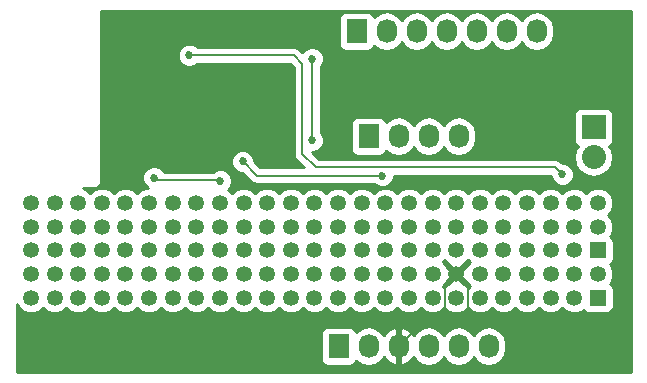
<source format=gbl>
G04 #@! TF.FileFunction,Copper,L2,Bot,Signal*
%FSLAX46Y46*%
G04 Gerber Fmt 4.6, Leading zero omitted, Abs format (unit mm)*
G04 Created by KiCad (PCBNEW 4.0.4-stable) date 10/29/16 17:18:15*
%MOMM*%
%LPD*%
G01*
G04 APERTURE LIST*
%ADD10C,0.100000*%
%ADD11R,1.350000X1.350000*%
%ADD12C,1.350000*%
%ADD13R,2.032000X2.032000*%
%ADD14O,2.032000X2.032000*%
%ADD15R,1.727200X2.032000*%
%ADD16O,1.727200X2.032000*%
%ADD17C,0.685800*%
%ADD18C,0.152400*%
%ADD19C,0.254000*%
G04 APERTURE END LIST*
D10*
D11*
X88000000Y-67000000D03*
D12*
X86000000Y-67000000D03*
X84000000Y-67000000D03*
X82000000Y-67000000D03*
X80000000Y-67000000D03*
X78000000Y-67000000D03*
X76000000Y-67000000D03*
X74000000Y-67000000D03*
X72000000Y-67000000D03*
X70000000Y-67000000D03*
X68000000Y-67000000D03*
X66000000Y-67000000D03*
X64000000Y-67000000D03*
X62000000Y-67000000D03*
X60000000Y-67000000D03*
X58000000Y-67000000D03*
X56000000Y-67000000D03*
X54000000Y-67000000D03*
X52000000Y-67000000D03*
X50000000Y-67000000D03*
X48000000Y-67000000D03*
X46000000Y-67000000D03*
X44000000Y-67000000D03*
X42000000Y-67000000D03*
X40000000Y-67000000D03*
X88000000Y-65000000D03*
X86000000Y-65000000D03*
X84000000Y-65000000D03*
X82000000Y-65000000D03*
X80000000Y-65000000D03*
X78000000Y-65000000D03*
X76000000Y-65000000D03*
X74000000Y-65000000D03*
X72000000Y-65000000D03*
X70000000Y-65000000D03*
X68000000Y-65000000D03*
X66000000Y-65000000D03*
X64000000Y-65000000D03*
X62000000Y-65000000D03*
X60000000Y-65000000D03*
X58000000Y-65000000D03*
X56000000Y-65000000D03*
X54000000Y-65000000D03*
X52000000Y-65000000D03*
X50000000Y-65000000D03*
X48000000Y-65000000D03*
X46000000Y-65000000D03*
X44000000Y-65000000D03*
X42000000Y-65000000D03*
X40000000Y-65000000D03*
X40000000Y-59000000D03*
X42000000Y-59000000D03*
X44000000Y-59000000D03*
X46000000Y-59000000D03*
X48000000Y-59000000D03*
X50000000Y-59000000D03*
X52000000Y-59000000D03*
X54000000Y-59000000D03*
X56000000Y-59000000D03*
X58000000Y-59000000D03*
X60000000Y-59000000D03*
X62000000Y-59000000D03*
X64000000Y-59000000D03*
X66000000Y-59000000D03*
X68000000Y-59000000D03*
X70000000Y-59000000D03*
X72000000Y-59000000D03*
X74000000Y-59000000D03*
X76000000Y-59000000D03*
X78000000Y-59000000D03*
X80000000Y-59000000D03*
X82000000Y-59000000D03*
X84000000Y-59000000D03*
X86000000Y-59000000D03*
X88000000Y-59000000D03*
D11*
X88000000Y-63000000D03*
D12*
X86000000Y-63000000D03*
X84000000Y-63000000D03*
X82000000Y-63000000D03*
X80000000Y-63000000D03*
X78000000Y-63000000D03*
X76000000Y-63000000D03*
X74000000Y-63000000D03*
X72000000Y-63000000D03*
X70000000Y-63000000D03*
X68000000Y-63000000D03*
X66000000Y-63000000D03*
X64000000Y-63000000D03*
X62000000Y-63000000D03*
X60000000Y-63000000D03*
X58000000Y-63000000D03*
X56000000Y-63000000D03*
X54000000Y-63000000D03*
X52000000Y-63000000D03*
X50000000Y-63000000D03*
X48000000Y-63000000D03*
X46000000Y-63000000D03*
X44000000Y-63000000D03*
X42000000Y-63000000D03*
X40000000Y-63000000D03*
X88000000Y-61000000D03*
X86000000Y-61000000D03*
X84000000Y-61000000D03*
X82000000Y-61000000D03*
X80000000Y-61000000D03*
X78000000Y-61000000D03*
X76000000Y-61000000D03*
X74000000Y-61000000D03*
X72000000Y-61000000D03*
X70000000Y-61000000D03*
X68000000Y-61000000D03*
X66000000Y-61000000D03*
X64000000Y-61000000D03*
X62000000Y-61000000D03*
X60000000Y-61000000D03*
X58000000Y-61000000D03*
X56000000Y-61000000D03*
X54000000Y-61000000D03*
X52000000Y-61000000D03*
X50000000Y-61000000D03*
X48000000Y-61000000D03*
X46000000Y-61000000D03*
X44000000Y-61000000D03*
X42000000Y-61000000D03*
X40000000Y-61000000D03*
D13*
X87630000Y-52578000D03*
D14*
X87630000Y-55118000D03*
D15*
X68580000Y-53340000D03*
D16*
X71120000Y-53340000D03*
X73660000Y-53340000D03*
X76200000Y-53340000D03*
D15*
X66040000Y-71120000D03*
D16*
X68580000Y-71120000D03*
X71120000Y-71120000D03*
X73660000Y-71120000D03*
X76200000Y-71120000D03*
X78740000Y-71120000D03*
D15*
X67564000Y-44450000D03*
D16*
X70104000Y-44450000D03*
X72644000Y-44450000D03*
X75184000Y-44450000D03*
X77724000Y-44450000D03*
X80264000Y-44450000D03*
X82804000Y-44450000D03*
D17*
X84988400Y-56565800D03*
X53390800Y-46482000D03*
X50419000Y-56845200D03*
X56032400Y-57124600D03*
X69748400Y-56667400D03*
X57912000Y-55473600D03*
X87985600Y-47396400D03*
X59182000Y-51917600D03*
X52019200Y-53949600D03*
X48768000Y-53695600D03*
X48844200Y-46329600D03*
X54305200Y-43738800D03*
X63804800Y-46761400D03*
X63804800Y-53695600D03*
D18*
X84988400Y-56565800D02*
X84404200Y-55981600D01*
X84404200Y-55981600D02*
X64109600Y-55981600D01*
X64109600Y-55981600D02*
X62966600Y-54838600D01*
X62966600Y-54838600D02*
X62966600Y-47218600D01*
X62966600Y-47218600D02*
X62230000Y-46482000D01*
X62230000Y-46482000D02*
X53390800Y-46482000D01*
X50622200Y-57048400D02*
X50419000Y-56845200D01*
X55956200Y-57048400D02*
X50622200Y-57048400D01*
X56032400Y-57124600D02*
X55956200Y-57048400D01*
X59105800Y-56667400D02*
X69748400Y-56667400D01*
X57912000Y-55473600D02*
X59105800Y-56667400D01*
X76000000Y-65000000D02*
X75995400Y-65000000D01*
X75995400Y-65000000D02*
X75031600Y-65963800D01*
X71120000Y-69951600D02*
X71120000Y-71120000D01*
X72364600Y-68707000D02*
X71120000Y-69951600D01*
X74879200Y-68707000D02*
X72364600Y-68707000D01*
X75031600Y-68554600D02*
X74879200Y-68707000D01*
X75031600Y-65963800D02*
X75031600Y-68554600D01*
X76000000Y-65000000D02*
X76000000Y-65001800D01*
X76000000Y-65001800D02*
X77012800Y-66014600D01*
X73126600Y-69113400D02*
X71120000Y-71120000D01*
X76022200Y-69113400D02*
X73126600Y-69113400D01*
X77012800Y-68122800D02*
X76022200Y-69113400D01*
X77012800Y-66014600D02*
X77012800Y-68122800D01*
X76000000Y-65000000D02*
X76000000Y-65027200D01*
X76000000Y-65000000D02*
X76000000Y-65020800D01*
X63804800Y-53695600D02*
X63804800Y-46761400D01*
D19*
G36*
X90780800Y-73331000D02*
X38810000Y-73331000D01*
X38810000Y-70104000D01*
X64528960Y-70104000D01*
X64528960Y-72136000D01*
X64573238Y-72371317D01*
X64712310Y-72587441D01*
X64924510Y-72732431D01*
X65176400Y-72783440D01*
X66903600Y-72783440D01*
X67138917Y-72739162D01*
X67355041Y-72600090D01*
X67500031Y-72387890D01*
X67508400Y-72346561D01*
X67520330Y-72364415D01*
X68006511Y-72689271D01*
X68580000Y-72803345D01*
X69153489Y-72689271D01*
X69639670Y-72364415D01*
X69846461Y-72054931D01*
X70217964Y-72470732D01*
X70745209Y-72724709D01*
X70760974Y-72727358D01*
X70993000Y-72606217D01*
X70993000Y-71247000D01*
X70973000Y-71247000D01*
X70973000Y-70993000D01*
X70993000Y-70993000D01*
X70993000Y-69633783D01*
X71247000Y-69633783D01*
X71247000Y-70993000D01*
X71267000Y-70993000D01*
X71267000Y-71247000D01*
X71247000Y-71247000D01*
X71247000Y-72606217D01*
X71479026Y-72727358D01*
X71494791Y-72724709D01*
X72022036Y-72470732D01*
X72393539Y-72054931D01*
X72600330Y-72364415D01*
X73086511Y-72689271D01*
X73660000Y-72803345D01*
X74233489Y-72689271D01*
X74719670Y-72364415D01*
X74930000Y-72049634D01*
X75140330Y-72364415D01*
X75626511Y-72689271D01*
X76200000Y-72803345D01*
X76773489Y-72689271D01*
X77259670Y-72364415D01*
X77470000Y-72049634D01*
X77680330Y-72364415D01*
X78166511Y-72689271D01*
X78740000Y-72803345D01*
X79313489Y-72689271D01*
X79799670Y-72364415D01*
X80124526Y-71878234D01*
X80238600Y-71304745D01*
X80238600Y-70935255D01*
X80124526Y-70361766D01*
X79799670Y-69875585D01*
X79313489Y-69550729D01*
X78740000Y-69436655D01*
X78166511Y-69550729D01*
X77680330Y-69875585D01*
X77470000Y-70190366D01*
X77259670Y-69875585D01*
X76773489Y-69550729D01*
X76200000Y-69436655D01*
X75626511Y-69550729D01*
X75140330Y-69875585D01*
X74930000Y-70190366D01*
X74719670Y-69875585D01*
X74233489Y-69550729D01*
X73660000Y-69436655D01*
X73086511Y-69550729D01*
X72600330Y-69875585D01*
X72393539Y-70185069D01*
X72022036Y-69769268D01*
X71494791Y-69515291D01*
X71479026Y-69512642D01*
X71247000Y-69633783D01*
X70993000Y-69633783D01*
X70760974Y-69512642D01*
X70745209Y-69515291D01*
X70217964Y-69769268D01*
X69846461Y-70185069D01*
X69639670Y-69875585D01*
X69153489Y-69550729D01*
X68580000Y-69436655D01*
X68006511Y-69550729D01*
X67520330Y-69875585D01*
X67510757Y-69889913D01*
X67506762Y-69868683D01*
X67367690Y-69652559D01*
X67155490Y-69507569D01*
X66903600Y-69456560D01*
X65176400Y-69456560D01*
X64941083Y-69500838D01*
X64724959Y-69639910D01*
X64579969Y-69852110D01*
X64528960Y-70104000D01*
X38810000Y-70104000D01*
X38810000Y-67550402D01*
X38888789Y-67741086D01*
X39256976Y-68109916D01*
X39738282Y-68309772D01*
X40259432Y-68310226D01*
X40741086Y-68111211D01*
X41000129Y-67852620D01*
X41256976Y-68109916D01*
X41738282Y-68309772D01*
X42259432Y-68310226D01*
X42741086Y-68111211D01*
X43000129Y-67852620D01*
X43256976Y-68109916D01*
X43738282Y-68309772D01*
X44259432Y-68310226D01*
X44741086Y-68111211D01*
X45000129Y-67852620D01*
X45256976Y-68109916D01*
X45738282Y-68309772D01*
X46259432Y-68310226D01*
X46741086Y-68111211D01*
X47000129Y-67852620D01*
X47256976Y-68109916D01*
X47738282Y-68309772D01*
X48259432Y-68310226D01*
X48741086Y-68111211D01*
X49000129Y-67852620D01*
X49256976Y-68109916D01*
X49738282Y-68309772D01*
X50259432Y-68310226D01*
X50741086Y-68111211D01*
X51000129Y-67852620D01*
X51256976Y-68109916D01*
X51738282Y-68309772D01*
X52259432Y-68310226D01*
X52741086Y-68111211D01*
X53000129Y-67852620D01*
X53256976Y-68109916D01*
X53738282Y-68309772D01*
X54259432Y-68310226D01*
X54741086Y-68111211D01*
X55000129Y-67852620D01*
X55256976Y-68109916D01*
X55738282Y-68309772D01*
X56259432Y-68310226D01*
X56741086Y-68111211D01*
X57000129Y-67852620D01*
X57256976Y-68109916D01*
X57738282Y-68309772D01*
X58259432Y-68310226D01*
X58741086Y-68111211D01*
X59000129Y-67852620D01*
X59256976Y-68109916D01*
X59738282Y-68309772D01*
X60259432Y-68310226D01*
X60741086Y-68111211D01*
X61000129Y-67852620D01*
X61256976Y-68109916D01*
X61738282Y-68309772D01*
X62259432Y-68310226D01*
X62741086Y-68111211D01*
X63000129Y-67852620D01*
X63256976Y-68109916D01*
X63738282Y-68309772D01*
X64259432Y-68310226D01*
X64741086Y-68111211D01*
X65000129Y-67852620D01*
X65256976Y-68109916D01*
X65738282Y-68309772D01*
X66259432Y-68310226D01*
X66741086Y-68111211D01*
X67000129Y-67852620D01*
X67256976Y-68109916D01*
X67738282Y-68309772D01*
X68259432Y-68310226D01*
X68741086Y-68111211D01*
X69000129Y-67852620D01*
X69256976Y-68109916D01*
X69738282Y-68309772D01*
X70259432Y-68310226D01*
X70741086Y-68111211D01*
X71000129Y-67852620D01*
X71256976Y-68109916D01*
X71738282Y-68309772D01*
X72259432Y-68310226D01*
X72741086Y-68111211D01*
X73000129Y-67852620D01*
X73256976Y-68109916D01*
X73738282Y-68309772D01*
X74259432Y-68310226D01*
X74741086Y-68111211D01*
X75000129Y-67852620D01*
X75256976Y-68109916D01*
X75738282Y-68309772D01*
X76259432Y-68310226D01*
X76741086Y-68111211D01*
X77000129Y-67852620D01*
X77256976Y-68109916D01*
X77738282Y-68309772D01*
X78259432Y-68310226D01*
X78741086Y-68111211D01*
X79000129Y-67852620D01*
X79256976Y-68109916D01*
X79738282Y-68309772D01*
X80259432Y-68310226D01*
X80741086Y-68111211D01*
X81000129Y-67852620D01*
X81256976Y-68109916D01*
X81738282Y-68309772D01*
X82259432Y-68310226D01*
X82741086Y-68111211D01*
X83000129Y-67852620D01*
X83256976Y-68109916D01*
X83738282Y-68309772D01*
X84259432Y-68310226D01*
X84741086Y-68111211D01*
X85000129Y-67852620D01*
X85256976Y-68109916D01*
X85738282Y-68309772D01*
X86259432Y-68310226D01*
X86741086Y-68111211D01*
X86808077Y-68044337D01*
X86860910Y-68126441D01*
X87073110Y-68271431D01*
X87325000Y-68322440D01*
X88675000Y-68322440D01*
X88910317Y-68278162D01*
X89126441Y-68139090D01*
X89271431Y-67926890D01*
X89322440Y-67675000D01*
X89322440Y-66325000D01*
X89278162Y-66089683D01*
X89139090Y-65873559D01*
X89044142Y-65808684D01*
X89109916Y-65743024D01*
X89309772Y-65261718D01*
X89310226Y-64740568D01*
X89111211Y-64258914D01*
X89044337Y-64191923D01*
X89126441Y-64139090D01*
X89271431Y-63926890D01*
X89322440Y-63675000D01*
X89322440Y-62325000D01*
X89278162Y-62089683D01*
X89139090Y-61873559D01*
X89044142Y-61808684D01*
X89109916Y-61743024D01*
X89309772Y-61261718D01*
X89310226Y-60740568D01*
X89111211Y-60258914D01*
X88852620Y-59999871D01*
X89109916Y-59743024D01*
X89309772Y-59261718D01*
X89310226Y-58740568D01*
X89111211Y-58258914D01*
X88743024Y-57890084D01*
X88261718Y-57690228D01*
X87740568Y-57689774D01*
X87258914Y-57888789D01*
X86999871Y-58147380D01*
X86743024Y-57890084D01*
X86261718Y-57690228D01*
X85740568Y-57689774D01*
X85258914Y-57888789D01*
X84999871Y-58147380D01*
X84743024Y-57890084D01*
X84261718Y-57690228D01*
X83740568Y-57689774D01*
X83258914Y-57888789D01*
X82999871Y-58147380D01*
X82743024Y-57890084D01*
X82261718Y-57690228D01*
X81740568Y-57689774D01*
X81258914Y-57888789D01*
X80999871Y-58147380D01*
X80743024Y-57890084D01*
X80261718Y-57690228D01*
X79740568Y-57689774D01*
X79258914Y-57888789D01*
X78999871Y-58147380D01*
X78743024Y-57890084D01*
X78261718Y-57690228D01*
X77740568Y-57689774D01*
X77258914Y-57888789D01*
X76999871Y-58147380D01*
X76743024Y-57890084D01*
X76261718Y-57690228D01*
X75740568Y-57689774D01*
X75258914Y-57888789D01*
X74999871Y-58147380D01*
X74743024Y-57890084D01*
X74261718Y-57690228D01*
X73740568Y-57689774D01*
X73258914Y-57888789D01*
X72999871Y-58147380D01*
X72743024Y-57890084D01*
X72261718Y-57690228D01*
X71740568Y-57689774D01*
X71258914Y-57888789D01*
X70999871Y-58147380D01*
X70743024Y-57890084D01*
X70261718Y-57690228D01*
X69740568Y-57689774D01*
X69258914Y-57888789D01*
X68999871Y-58147380D01*
X68743024Y-57890084D01*
X68261718Y-57690228D01*
X67740568Y-57689774D01*
X67258914Y-57888789D01*
X66999871Y-58147380D01*
X66743024Y-57890084D01*
X66261718Y-57690228D01*
X65740568Y-57689774D01*
X65258914Y-57888789D01*
X64999871Y-58147380D01*
X64743024Y-57890084D01*
X64261718Y-57690228D01*
X63740568Y-57689774D01*
X63258914Y-57888789D01*
X62999871Y-58147380D01*
X62743024Y-57890084D01*
X62261718Y-57690228D01*
X61740568Y-57689774D01*
X61258914Y-57888789D01*
X60999871Y-58147380D01*
X60743024Y-57890084D01*
X60261718Y-57690228D01*
X59740568Y-57689774D01*
X59258914Y-57888789D01*
X58999871Y-58147380D01*
X58743024Y-57890084D01*
X58261718Y-57690228D01*
X57740568Y-57689774D01*
X57258914Y-57888789D01*
X56999871Y-58147380D01*
X56743024Y-57890084D01*
X56677149Y-57862730D01*
X56860940Y-57679259D01*
X57010130Y-57319970D01*
X57010469Y-56930937D01*
X56861907Y-56571388D01*
X56587059Y-56296060D01*
X56227770Y-56146870D01*
X55838737Y-56146531D01*
X55479188Y-56295093D01*
X55437007Y-56337200D01*
X51267188Y-56337200D01*
X51248507Y-56291988D01*
X50973659Y-56016660D01*
X50614370Y-55867470D01*
X50225337Y-55867131D01*
X49865788Y-56015693D01*
X49590460Y-56290541D01*
X49441270Y-56649830D01*
X49440931Y-57038863D01*
X49589493Y-57398412D01*
X49864341Y-57673740D01*
X49903297Y-57689916D01*
X49740568Y-57689774D01*
X49258914Y-57888789D01*
X48999871Y-58147380D01*
X48743024Y-57890084D01*
X48261718Y-57690228D01*
X47740568Y-57689774D01*
X47258914Y-57888789D01*
X46999871Y-58147380D01*
X46743024Y-57890084D01*
X46261718Y-57690228D01*
X45740568Y-57689774D01*
X45258914Y-57888789D01*
X44999871Y-58147380D01*
X44743024Y-57890084D01*
X44425894Y-57758400D01*
X45237400Y-57758400D01*
X45509105Y-57704354D01*
X45739446Y-57550446D01*
X45893354Y-57320105D01*
X45947400Y-57048400D01*
X45947400Y-46675663D01*
X52412731Y-46675663D01*
X52561293Y-47035212D01*
X52836141Y-47310540D01*
X53195430Y-47459730D01*
X53584463Y-47460069D01*
X53944012Y-47311507D01*
X54062526Y-47193200D01*
X61935412Y-47193200D01*
X62255400Y-47513189D01*
X62255400Y-54838600D01*
X62309537Y-55110765D01*
X62463706Y-55341494D01*
X63078412Y-55956200D01*
X59400388Y-55956200D01*
X58889925Y-55445737D01*
X58890069Y-55279937D01*
X58741507Y-54920388D01*
X58466659Y-54645060D01*
X58107370Y-54495870D01*
X57718337Y-54495531D01*
X57358788Y-54644093D01*
X57083460Y-54918941D01*
X56934270Y-55278230D01*
X56933931Y-55667263D01*
X57082493Y-56026812D01*
X57357341Y-56302140D01*
X57716630Y-56451330D01*
X57884088Y-56451476D01*
X58602906Y-57170294D01*
X58833635Y-57324463D01*
X58878790Y-57333445D01*
X59105800Y-57378600D01*
X69076606Y-57378600D01*
X69193741Y-57495940D01*
X69553030Y-57645130D01*
X69942063Y-57645469D01*
X70301612Y-57496907D01*
X70576940Y-57222059D01*
X70726130Y-56862770D01*
X70726278Y-56692800D01*
X84010389Y-56692800D01*
X84010331Y-56759463D01*
X84158893Y-57119012D01*
X84433741Y-57394340D01*
X84793030Y-57543530D01*
X85182063Y-57543869D01*
X85541612Y-57395307D01*
X85816940Y-57120459D01*
X85966130Y-56761170D01*
X85966469Y-56372137D01*
X85817907Y-56012588D01*
X85543059Y-55737260D01*
X85183770Y-55588070D01*
X85016312Y-55587924D01*
X84907094Y-55478706D01*
X84676365Y-55324537D01*
X84404200Y-55270400D01*
X64404188Y-55270400D01*
X64251788Y-55118000D01*
X85946655Y-55118000D01*
X86072330Y-55749810D01*
X86430222Y-56285433D01*
X86965845Y-56643325D01*
X87597655Y-56769000D01*
X87662345Y-56769000D01*
X88294155Y-56643325D01*
X88829778Y-56285433D01*
X89187670Y-55749810D01*
X89313345Y-55118000D01*
X89187670Y-54486190D01*
X88960501Y-54146208D01*
X89097441Y-54058090D01*
X89242431Y-53845890D01*
X89293440Y-53594000D01*
X89293440Y-51562000D01*
X89249162Y-51326683D01*
X89110090Y-51110559D01*
X88897890Y-50965569D01*
X88646000Y-50914560D01*
X86614000Y-50914560D01*
X86378683Y-50958838D01*
X86162559Y-51097910D01*
X86017569Y-51310110D01*
X85966560Y-51562000D01*
X85966560Y-53594000D01*
X86010838Y-53829317D01*
X86149910Y-54045441D01*
X86298837Y-54147198D01*
X86072330Y-54486190D01*
X85946655Y-55118000D01*
X64251788Y-55118000D01*
X63807290Y-54673502D01*
X63998463Y-54673669D01*
X64358012Y-54525107D01*
X64633340Y-54250259D01*
X64782530Y-53890970D01*
X64782869Y-53501937D01*
X64634307Y-53142388D01*
X64516000Y-53023874D01*
X64516000Y-52324000D01*
X67068960Y-52324000D01*
X67068960Y-54356000D01*
X67113238Y-54591317D01*
X67252310Y-54807441D01*
X67464510Y-54952431D01*
X67716400Y-55003440D01*
X69443600Y-55003440D01*
X69678917Y-54959162D01*
X69895041Y-54820090D01*
X70040031Y-54607890D01*
X70048400Y-54566561D01*
X70060330Y-54584415D01*
X70546511Y-54909271D01*
X71120000Y-55023345D01*
X71693489Y-54909271D01*
X72179670Y-54584415D01*
X72390000Y-54269634D01*
X72600330Y-54584415D01*
X73086511Y-54909271D01*
X73660000Y-55023345D01*
X74233489Y-54909271D01*
X74719670Y-54584415D01*
X74930000Y-54269634D01*
X75140330Y-54584415D01*
X75626511Y-54909271D01*
X76200000Y-55023345D01*
X76773489Y-54909271D01*
X77259670Y-54584415D01*
X77584526Y-54098234D01*
X77698600Y-53524745D01*
X77698600Y-53155255D01*
X77584526Y-52581766D01*
X77259670Y-52095585D01*
X76773489Y-51770729D01*
X76200000Y-51656655D01*
X75626511Y-51770729D01*
X75140330Y-52095585D01*
X74930000Y-52410366D01*
X74719670Y-52095585D01*
X74233489Y-51770729D01*
X73660000Y-51656655D01*
X73086511Y-51770729D01*
X72600330Y-52095585D01*
X72390000Y-52410366D01*
X72179670Y-52095585D01*
X71693489Y-51770729D01*
X71120000Y-51656655D01*
X70546511Y-51770729D01*
X70060330Y-52095585D01*
X70050757Y-52109913D01*
X70046762Y-52088683D01*
X69907690Y-51872559D01*
X69695490Y-51727569D01*
X69443600Y-51676560D01*
X67716400Y-51676560D01*
X67481083Y-51720838D01*
X67264959Y-51859910D01*
X67119969Y-52072110D01*
X67068960Y-52324000D01*
X64516000Y-52324000D01*
X64516000Y-47433194D01*
X64633340Y-47316059D01*
X64782530Y-46956770D01*
X64782869Y-46567737D01*
X64634307Y-46208188D01*
X64359459Y-45932860D01*
X64000170Y-45783670D01*
X63611137Y-45783331D01*
X63251588Y-45931893D01*
X62976260Y-46206741D01*
X62971645Y-46217856D01*
X62732894Y-45979106D01*
X62502165Y-45824937D01*
X62230000Y-45770800D01*
X54062594Y-45770800D01*
X53945459Y-45653460D01*
X53586170Y-45504270D01*
X53197137Y-45503931D01*
X52837588Y-45652493D01*
X52562260Y-45927341D01*
X52413070Y-46286630D01*
X52412731Y-46675663D01*
X45947400Y-46675663D01*
X45947400Y-43434000D01*
X66052960Y-43434000D01*
X66052960Y-45466000D01*
X66097238Y-45701317D01*
X66236310Y-45917441D01*
X66448510Y-46062431D01*
X66700400Y-46113440D01*
X68427600Y-46113440D01*
X68662917Y-46069162D01*
X68879041Y-45930090D01*
X69024031Y-45717890D01*
X69032400Y-45676561D01*
X69044330Y-45694415D01*
X69530511Y-46019271D01*
X70104000Y-46133345D01*
X70677489Y-46019271D01*
X71163670Y-45694415D01*
X71374000Y-45379634D01*
X71584330Y-45694415D01*
X72070511Y-46019271D01*
X72644000Y-46133345D01*
X73217489Y-46019271D01*
X73703670Y-45694415D01*
X73914000Y-45379634D01*
X74124330Y-45694415D01*
X74610511Y-46019271D01*
X75184000Y-46133345D01*
X75757489Y-46019271D01*
X76243670Y-45694415D01*
X76454000Y-45379634D01*
X76664330Y-45694415D01*
X77150511Y-46019271D01*
X77724000Y-46133345D01*
X78297489Y-46019271D01*
X78783670Y-45694415D01*
X78994000Y-45379634D01*
X79204330Y-45694415D01*
X79690511Y-46019271D01*
X80264000Y-46133345D01*
X80837489Y-46019271D01*
X81323670Y-45694415D01*
X81534000Y-45379634D01*
X81744330Y-45694415D01*
X82230511Y-46019271D01*
X82804000Y-46133345D01*
X83377489Y-46019271D01*
X83863670Y-45694415D01*
X84188526Y-45208234D01*
X84302600Y-44634745D01*
X84302600Y-44265255D01*
X84188526Y-43691766D01*
X83863670Y-43205585D01*
X83377489Y-42880729D01*
X82804000Y-42766655D01*
X82230511Y-42880729D01*
X81744330Y-43205585D01*
X81534000Y-43520366D01*
X81323670Y-43205585D01*
X80837489Y-42880729D01*
X80264000Y-42766655D01*
X79690511Y-42880729D01*
X79204330Y-43205585D01*
X78994000Y-43520366D01*
X78783670Y-43205585D01*
X78297489Y-42880729D01*
X77724000Y-42766655D01*
X77150511Y-42880729D01*
X76664330Y-43205585D01*
X76454000Y-43520366D01*
X76243670Y-43205585D01*
X75757489Y-42880729D01*
X75184000Y-42766655D01*
X74610511Y-42880729D01*
X74124330Y-43205585D01*
X73914000Y-43520366D01*
X73703670Y-43205585D01*
X73217489Y-42880729D01*
X72644000Y-42766655D01*
X72070511Y-42880729D01*
X71584330Y-43205585D01*
X71374000Y-43520366D01*
X71163670Y-43205585D01*
X70677489Y-42880729D01*
X70104000Y-42766655D01*
X69530511Y-42880729D01*
X69044330Y-43205585D01*
X69034757Y-43219913D01*
X69030762Y-43198683D01*
X68891690Y-42982559D01*
X68679490Y-42837569D01*
X68427600Y-42786560D01*
X66700400Y-42786560D01*
X66465083Y-42830838D01*
X66248959Y-42969910D01*
X66103969Y-43182110D01*
X66052960Y-43434000D01*
X45947400Y-43434000D01*
X45947400Y-42721600D01*
X90780800Y-42721600D01*
X90780800Y-73331000D01*
X90780800Y-73331000D01*
G37*
X90780800Y-73331000D02*
X38810000Y-73331000D01*
X38810000Y-70104000D01*
X64528960Y-70104000D01*
X64528960Y-72136000D01*
X64573238Y-72371317D01*
X64712310Y-72587441D01*
X64924510Y-72732431D01*
X65176400Y-72783440D01*
X66903600Y-72783440D01*
X67138917Y-72739162D01*
X67355041Y-72600090D01*
X67500031Y-72387890D01*
X67508400Y-72346561D01*
X67520330Y-72364415D01*
X68006511Y-72689271D01*
X68580000Y-72803345D01*
X69153489Y-72689271D01*
X69639670Y-72364415D01*
X69846461Y-72054931D01*
X70217964Y-72470732D01*
X70745209Y-72724709D01*
X70760974Y-72727358D01*
X70993000Y-72606217D01*
X70993000Y-71247000D01*
X70973000Y-71247000D01*
X70973000Y-70993000D01*
X70993000Y-70993000D01*
X70993000Y-69633783D01*
X71247000Y-69633783D01*
X71247000Y-70993000D01*
X71267000Y-70993000D01*
X71267000Y-71247000D01*
X71247000Y-71247000D01*
X71247000Y-72606217D01*
X71479026Y-72727358D01*
X71494791Y-72724709D01*
X72022036Y-72470732D01*
X72393539Y-72054931D01*
X72600330Y-72364415D01*
X73086511Y-72689271D01*
X73660000Y-72803345D01*
X74233489Y-72689271D01*
X74719670Y-72364415D01*
X74930000Y-72049634D01*
X75140330Y-72364415D01*
X75626511Y-72689271D01*
X76200000Y-72803345D01*
X76773489Y-72689271D01*
X77259670Y-72364415D01*
X77470000Y-72049634D01*
X77680330Y-72364415D01*
X78166511Y-72689271D01*
X78740000Y-72803345D01*
X79313489Y-72689271D01*
X79799670Y-72364415D01*
X80124526Y-71878234D01*
X80238600Y-71304745D01*
X80238600Y-70935255D01*
X80124526Y-70361766D01*
X79799670Y-69875585D01*
X79313489Y-69550729D01*
X78740000Y-69436655D01*
X78166511Y-69550729D01*
X77680330Y-69875585D01*
X77470000Y-70190366D01*
X77259670Y-69875585D01*
X76773489Y-69550729D01*
X76200000Y-69436655D01*
X75626511Y-69550729D01*
X75140330Y-69875585D01*
X74930000Y-70190366D01*
X74719670Y-69875585D01*
X74233489Y-69550729D01*
X73660000Y-69436655D01*
X73086511Y-69550729D01*
X72600330Y-69875585D01*
X72393539Y-70185069D01*
X72022036Y-69769268D01*
X71494791Y-69515291D01*
X71479026Y-69512642D01*
X71247000Y-69633783D01*
X70993000Y-69633783D01*
X70760974Y-69512642D01*
X70745209Y-69515291D01*
X70217964Y-69769268D01*
X69846461Y-70185069D01*
X69639670Y-69875585D01*
X69153489Y-69550729D01*
X68580000Y-69436655D01*
X68006511Y-69550729D01*
X67520330Y-69875585D01*
X67510757Y-69889913D01*
X67506762Y-69868683D01*
X67367690Y-69652559D01*
X67155490Y-69507569D01*
X66903600Y-69456560D01*
X65176400Y-69456560D01*
X64941083Y-69500838D01*
X64724959Y-69639910D01*
X64579969Y-69852110D01*
X64528960Y-70104000D01*
X38810000Y-70104000D01*
X38810000Y-67550402D01*
X38888789Y-67741086D01*
X39256976Y-68109916D01*
X39738282Y-68309772D01*
X40259432Y-68310226D01*
X40741086Y-68111211D01*
X41000129Y-67852620D01*
X41256976Y-68109916D01*
X41738282Y-68309772D01*
X42259432Y-68310226D01*
X42741086Y-68111211D01*
X43000129Y-67852620D01*
X43256976Y-68109916D01*
X43738282Y-68309772D01*
X44259432Y-68310226D01*
X44741086Y-68111211D01*
X45000129Y-67852620D01*
X45256976Y-68109916D01*
X45738282Y-68309772D01*
X46259432Y-68310226D01*
X46741086Y-68111211D01*
X47000129Y-67852620D01*
X47256976Y-68109916D01*
X47738282Y-68309772D01*
X48259432Y-68310226D01*
X48741086Y-68111211D01*
X49000129Y-67852620D01*
X49256976Y-68109916D01*
X49738282Y-68309772D01*
X50259432Y-68310226D01*
X50741086Y-68111211D01*
X51000129Y-67852620D01*
X51256976Y-68109916D01*
X51738282Y-68309772D01*
X52259432Y-68310226D01*
X52741086Y-68111211D01*
X53000129Y-67852620D01*
X53256976Y-68109916D01*
X53738282Y-68309772D01*
X54259432Y-68310226D01*
X54741086Y-68111211D01*
X55000129Y-67852620D01*
X55256976Y-68109916D01*
X55738282Y-68309772D01*
X56259432Y-68310226D01*
X56741086Y-68111211D01*
X57000129Y-67852620D01*
X57256976Y-68109916D01*
X57738282Y-68309772D01*
X58259432Y-68310226D01*
X58741086Y-68111211D01*
X59000129Y-67852620D01*
X59256976Y-68109916D01*
X59738282Y-68309772D01*
X60259432Y-68310226D01*
X60741086Y-68111211D01*
X61000129Y-67852620D01*
X61256976Y-68109916D01*
X61738282Y-68309772D01*
X62259432Y-68310226D01*
X62741086Y-68111211D01*
X63000129Y-67852620D01*
X63256976Y-68109916D01*
X63738282Y-68309772D01*
X64259432Y-68310226D01*
X64741086Y-68111211D01*
X65000129Y-67852620D01*
X65256976Y-68109916D01*
X65738282Y-68309772D01*
X66259432Y-68310226D01*
X66741086Y-68111211D01*
X67000129Y-67852620D01*
X67256976Y-68109916D01*
X67738282Y-68309772D01*
X68259432Y-68310226D01*
X68741086Y-68111211D01*
X69000129Y-67852620D01*
X69256976Y-68109916D01*
X69738282Y-68309772D01*
X70259432Y-68310226D01*
X70741086Y-68111211D01*
X71000129Y-67852620D01*
X71256976Y-68109916D01*
X71738282Y-68309772D01*
X72259432Y-68310226D01*
X72741086Y-68111211D01*
X73000129Y-67852620D01*
X73256976Y-68109916D01*
X73738282Y-68309772D01*
X74259432Y-68310226D01*
X74741086Y-68111211D01*
X75000129Y-67852620D01*
X75256976Y-68109916D01*
X75738282Y-68309772D01*
X76259432Y-68310226D01*
X76741086Y-68111211D01*
X77000129Y-67852620D01*
X77256976Y-68109916D01*
X77738282Y-68309772D01*
X78259432Y-68310226D01*
X78741086Y-68111211D01*
X79000129Y-67852620D01*
X79256976Y-68109916D01*
X79738282Y-68309772D01*
X80259432Y-68310226D01*
X80741086Y-68111211D01*
X81000129Y-67852620D01*
X81256976Y-68109916D01*
X81738282Y-68309772D01*
X82259432Y-68310226D01*
X82741086Y-68111211D01*
X83000129Y-67852620D01*
X83256976Y-68109916D01*
X83738282Y-68309772D01*
X84259432Y-68310226D01*
X84741086Y-68111211D01*
X85000129Y-67852620D01*
X85256976Y-68109916D01*
X85738282Y-68309772D01*
X86259432Y-68310226D01*
X86741086Y-68111211D01*
X86808077Y-68044337D01*
X86860910Y-68126441D01*
X87073110Y-68271431D01*
X87325000Y-68322440D01*
X88675000Y-68322440D01*
X88910317Y-68278162D01*
X89126441Y-68139090D01*
X89271431Y-67926890D01*
X89322440Y-67675000D01*
X89322440Y-66325000D01*
X89278162Y-66089683D01*
X89139090Y-65873559D01*
X89044142Y-65808684D01*
X89109916Y-65743024D01*
X89309772Y-65261718D01*
X89310226Y-64740568D01*
X89111211Y-64258914D01*
X89044337Y-64191923D01*
X89126441Y-64139090D01*
X89271431Y-63926890D01*
X89322440Y-63675000D01*
X89322440Y-62325000D01*
X89278162Y-62089683D01*
X89139090Y-61873559D01*
X89044142Y-61808684D01*
X89109916Y-61743024D01*
X89309772Y-61261718D01*
X89310226Y-60740568D01*
X89111211Y-60258914D01*
X88852620Y-59999871D01*
X89109916Y-59743024D01*
X89309772Y-59261718D01*
X89310226Y-58740568D01*
X89111211Y-58258914D01*
X88743024Y-57890084D01*
X88261718Y-57690228D01*
X87740568Y-57689774D01*
X87258914Y-57888789D01*
X86999871Y-58147380D01*
X86743024Y-57890084D01*
X86261718Y-57690228D01*
X85740568Y-57689774D01*
X85258914Y-57888789D01*
X84999871Y-58147380D01*
X84743024Y-57890084D01*
X84261718Y-57690228D01*
X83740568Y-57689774D01*
X83258914Y-57888789D01*
X82999871Y-58147380D01*
X82743024Y-57890084D01*
X82261718Y-57690228D01*
X81740568Y-57689774D01*
X81258914Y-57888789D01*
X80999871Y-58147380D01*
X80743024Y-57890084D01*
X80261718Y-57690228D01*
X79740568Y-57689774D01*
X79258914Y-57888789D01*
X78999871Y-58147380D01*
X78743024Y-57890084D01*
X78261718Y-57690228D01*
X77740568Y-57689774D01*
X77258914Y-57888789D01*
X76999871Y-58147380D01*
X76743024Y-57890084D01*
X76261718Y-57690228D01*
X75740568Y-57689774D01*
X75258914Y-57888789D01*
X74999871Y-58147380D01*
X74743024Y-57890084D01*
X74261718Y-57690228D01*
X73740568Y-57689774D01*
X73258914Y-57888789D01*
X72999871Y-58147380D01*
X72743024Y-57890084D01*
X72261718Y-57690228D01*
X71740568Y-57689774D01*
X71258914Y-57888789D01*
X70999871Y-58147380D01*
X70743024Y-57890084D01*
X70261718Y-57690228D01*
X69740568Y-57689774D01*
X69258914Y-57888789D01*
X68999871Y-58147380D01*
X68743024Y-57890084D01*
X68261718Y-57690228D01*
X67740568Y-57689774D01*
X67258914Y-57888789D01*
X66999871Y-58147380D01*
X66743024Y-57890084D01*
X66261718Y-57690228D01*
X65740568Y-57689774D01*
X65258914Y-57888789D01*
X64999871Y-58147380D01*
X64743024Y-57890084D01*
X64261718Y-57690228D01*
X63740568Y-57689774D01*
X63258914Y-57888789D01*
X62999871Y-58147380D01*
X62743024Y-57890084D01*
X62261718Y-57690228D01*
X61740568Y-57689774D01*
X61258914Y-57888789D01*
X60999871Y-58147380D01*
X60743024Y-57890084D01*
X60261718Y-57690228D01*
X59740568Y-57689774D01*
X59258914Y-57888789D01*
X58999871Y-58147380D01*
X58743024Y-57890084D01*
X58261718Y-57690228D01*
X57740568Y-57689774D01*
X57258914Y-57888789D01*
X56999871Y-58147380D01*
X56743024Y-57890084D01*
X56677149Y-57862730D01*
X56860940Y-57679259D01*
X57010130Y-57319970D01*
X57010469Y-56930937D01*
X56861907Y-56571388D01*
X56587059Y-56296060D01*
X56227770Y-56146870D01*
X55838737Y-56146531D01*
X55479188Y-56295093D01*
X55437007Y-56337200D01*
X51267188Y-56337200D01*
X51248507Y-56291988D01*
X50973659Y-56016660D01*
X50614370Y-55867470D01*
X50225337Y-55867131D01*
X49865788Y-56015693D01*
X49590460Y-56290541D01*
X49441270Y-56649830D01*
X49440931Y-57038863D01*
X49589493Y-57398412D01*
X49864341Y-57673740D01*
X49903297Y-57689916D01*
X49740568Y-57689774D01*
X49258914Y-57888789D01*
X48999871Y-58147380D01*
X48743024Y-57890084D01*
X48261718Y-57690228D01*
X47740568Y-57689774D01*
X47258914Y-57888789D01*
X46999871Y-58147380D01*
X46743024Y-57890084D01*
X46261718Y-57690228D01*
X45740568Y-57689774D01*
X45258914Y-57888789D01*
X44999871Y-58147380D01*
X44743024Y-57890084D01*
X44425894Y-57758400D01*
X45237400Y-57758400D01*
X45509105Y-57704354D01*
X45739446Y-57550446D01*
X45893354Y-57320105D01*
X45947400Y-57048400D01*
X45947400Y-46675663D01*
X52412731Y-46675663D01*
X52561293Y-47035212D01*
X52836141Y-47310540D01*
X53195430Y-47459730D01*
X53584463Y-47460069D01*
X53944012Y-47311507D01*
X54062526Y-47193200D01*
X61935412Y-47193200D01*
X62255400Y-47513189D01*
X62255400Y-54838600D01*
X62309537Y-55110765D01*
X62463706Y-55341494D01*
X63078412Y-55956200D01*
X59400388Y-55956200D01*
X58889925Y-55445737D01*
X58890069Y-55279937D01*
X58741507Y-54920388D01*
X58466659Y-54645060D01*
X58107370Y-54495870D01*
X57718337Y-54495531D01*
X57358788Y-54644093D01*
X57083460Y-54918941D01*
X56934270Y-55278230D01*
X56933931Y-55667263D01*
X57082493Y-56026812D01*
X57357341Y-56302140D01*
X57716630Y-56451330D01*
X57884088Y-56451476D01*
X58602906Y-57170294D01*
X58833635Y-57324463D01*
X58878790Y-57333445D01*
X59105800Y-57378600D01*
X69076606Y-57378600D01*
X69193741Y-57495940D01*
X69553030Y-57645130D01*
X69942063Y-57645469D01*
X70301612Y-57496907D01*
X70576940Y-57222059D01*
X70726130Y-56862770D01*
X70726278Y-56692800D01*
X84010389Y-56692800D01*
X84010331Y-56759463D01*
X84158893Y-57119012D01*
X84433741Y-57394340D01*
X84793030Y-57543530D01*
X85182063Y-57543869D01*
X85541612Y-57395307D01*
X85816940Y-57120459D01*
X85966130Y-56761170D01*
X85966469Y-56372137D01*
X85817907Y-56012588D01*
X85543059Y-55737260D01*
X85183770Y-55588070D01*
X85016312Y-55587924D01*
X84907094Y-55478706D01*
X84676365Y-55324537D01*
X84404200Y-55270400D01*
X64404188Y-55270400D01*
X64251788Y-55118000D01*
X85946655Y-55118000D01*
X86072330Y-55749810D01*
X86430222Y-56285433D01*
X86965845Y-56643325D01*
X87597655Y-56769000D01*
X87662345Y-56769000D01*
X88294155Y-56643325D01*
X88829778Y-56285433D01*
X89187670Y-55749810D01*
X89313345Y-55118000D01*
X89187670Y-54486190D01*
X88960501Y-54146208D01*
X89097441Y-54058090D01*
X89242431Y-53845890D01*
X89293440Y-53594000D01*
X89293440Y-51562000D01*
X89249162Y-51326683D01*
X89110090Y-51110559D01*
X88897890Y-50965569D01*
X88646000Y-50914560D01*
X86614000Y-50914560D01*
X86378683Y-50958838D01*
X86162559Y-51097910D01*
X86017569Y-51310110D01*
X85966560Y-51562000D01*
X85966560Y-53594000D01*
X86010838Y-53829317D01*
X86149910Y-54045441D01*
X86298837Y-54147198D01*
X86072330Y-54486190D01*
X85946655Y-55118000D01*
X64251788Y-55118000D01*
X63807290Y-54673502D01*
X63998463Y-54673669D01*
X64358012Y-54525107D01*
X64633340Y-54250259D01*
X64782530Y-53890970D01*
X64782869Y-53501937D01*
X64634307Y-53142388D01*
X64516000Y-53023874D01*
X64516000Y-52324000D01*
X67068960Y-52324000D01*
X67068960Y-54356000D01*
X67113238Y-54591317D01*
X67252310Y-54807441D01*
X67464510Y-54952431D01*
X67716400Y-55003440D01*
X69443600Y-55003440D01*
X69678917Y-54959162D01*
X69895041Y-54820090D01*
X70040031Y-54607890D01*
X70048400Y-54566561D01*
X70060330Y-54584415D01*
X70546511Y-54909271D01*
X71120000Y-55023345D01*
X71693489Y-54909271D01*
X72179670Y-54584415D01*
X72390000Y-54269634D01*
X72600330Y-54584415D01*
X73086511Y-54909271D01*
X73660000Y-55023345D01*
X74233489Y-54909271D01*
X74719670Y-54584415D01*
X74930000Y-54269634D01*
X75140330Y-54584415D01*
X75626511Y-54909271D01*
X76200000Y-55023345D01*
X76773489Y-54909271D01*
X77259670Y-54584415D01*
X77584526Y-54098234D01*
X77698600Y-53524745D01*
X77698600Y-53155255D01*
X77584526Y-52581766D01*
X77259670Y-52095585D01*
X76773489Y-51770729D01*
X76200000Y-51656655D01*
X75626511Y-51770729D01*
X75140330Y-52095585D01*
X74930000Y-52410366D01*
X74719670Y-52095585D01*
X74233489Y-51770729D01*
X73660000Y-51656655D01*
X73086511Y-51770729D01*
X72600330Y-52095585D01*
X72390000Y-52410366D01*
X72179670Y-52095585D01*
X71693489Y-51770729D01*
X71120000Y-51656655D01*
X70546511Y-51770729D01*
X70060330Y-52095585D01*
X70050757Y-52109913D01*
X70046762Y-52088683D01*
X69907690Y-51872559D01*
X69695490Y-51727569D01*
X69443600Y-51676560D01*
X67716400Y-51676560D01*
X67481083Y-51720838D01*
X67264959Y-51859910D01*
X67119969Y-52072110D01*
X67068960Y-52324000D01*
X64516000Y-52324000D01*
X64516000Y-47433194D01*
X64633340Y-47316059D01*
X64782530Y-46956770D01*
X64782869Y-46567737D01*
X64634307Y-46208188D01*
X64359459Y-45932860D01*
X64000170Y-45783670D01*
X63611137Y-45783331D01*
X63251588Y-45931893D01*
X62976260Y-46206741D01*
X62971645Y-46217856D01*
X62732894Y-45979106D01*
X62502165Y-45824937D01*
X62230000Y-45770800D01*
X54062594Y-45770800D01*
X53945459Y-45653460D01*
X53586170Y-45504270D01*
X53197137Y-45503931D01*
X52837588Y-45652493D01*
X52562260Y-45927341D01*
X52413070Y-46286630D01*
X52412731Y-46675663D01*
X45947400Y-46675663D01*
X45947400Y-43434000D01*
X66052960Y-43434000D01*
X66052960Y-45466000D01*
X66097238Y-45701317D01*
X66236310Y-45917441D01*
X66448510Y-46062431D01*
X66700400Y-46113440D01*
X68427600Y-46113440D01*
X68662917Y-46069162D01*
X68879041Y-45930090D01*
X69024031Y-45717890D01*
X69032400Y-45676561D01*
X69044330Y-45694415D01*
X69530511Y-46019271D01*
X70104000Y-46133345D01*
X70677489Y-46019271D01*
X71163670Y-45694415D01*
X71374000Y-45379634D01*
X71584330Y-45694415D01*
X72070511Y-46019271D01*
X72644000Y-46133345D01*
X73217489Y-46019271D01*
X73703670Y-45694415D01*
X73914000Y-45379634D01*
X74124330Y-45694415D01*
X74610511Y-46019271D01*
X75184000Y-46133345D01*
X75757489Y-46019271D01*
X76243670Y-45694415D01*
X76454000Y-45379634D01*
X76664330Y-45694415D01*
X77150511Y-46019271D01*
X77724000Y-46133345D01*
X78297489Y-46019271D01*
X78783670Y-45694415D01*
X78994000Y-45379634D01*
X79204330Y-45694415D01*
X79690511Y-46019271D01*
X80264000Y-46133345D01*
X80837489Y-46019271D01*
X81323670Y-45694415D01*
X81534000Y-45379634D01*
X81744330Y-45694415D01*
X82230511Y-46019271D01*
X82804000Y-46133345D01*
X83377489Y-46019271D01*
X83863670Y-45694415D01*
X84188526Y-45208234D01*
X84302600Y-44634745D01*
X84302600Y-44265255D01*
X84188526Y-43691766D01*
X83863670Y-43205585D01*
X83377489Y-42880729D01*
X82804000Y-42766655D01*
X82230511Y-42880729D01*
X81744330Y-43205585D01*
X81534000Y-43520366D01*
X81323670Y-43205585D01*
X80837489Y-42880729D01*
X80264000Y-42766655D01*
X79690511Y-42880729D01*
X79204330Y-43205585D01*
X78994000Y-43520366D01*
X78783670Y-43205585D01*
X78297489Y-42880729D01*
X77724000Y-42766655D01*
X77150511Y-42880729D01*
X76664330Y-43205585D01*
X76454000Y-43520366D01*
X76243670Y-43205585D01*
X75757489Y-42880729D01*
X75184000Y-42766655D01*
X74610511Y-42880729D01*
X74124330Y-43205585D01*
X73914000Y-43520366D01*
X73703670Y-43205585D01*
X73217489Y-42880729D01*
X72644000Y-42766655D01*
X72070511Y-42880729D01*
X71584330Y-43205585D01*
X71374000Y-43520366D01*
X71163670Y-43205585D01*
X70677489Y-42880729D01*
X70104000Y-42766655D01*
X69530511Y-42880729D01*
X69044330Y-43205585D01*
X69034757Y-43219913D01*
X69030762Y-43198683D01*
X68891690Y-42982559D01*
X68679490Y-42837569D01*
X68427600Y-42786560D01*
X66700400Y-42786560D01*
X66465083Y-42830838D01*
X66248959Y-42969910D01*
X66103969Y-43182110D01*
X66052960Y-43434000D01*
X45947400Y-43434000D01*
X45947400Y-42721600D01*
X90780800Y-42721600D01*
X90780800Y-73331000D01*
G36*
X77147380Y-64000129D02*
X76890084Y-64256976D01*
X76866974Y-64312631D01*
X76179605Y-65000000D01*
X76866326Y-65686721D01*
X76888789Y-65741086D01*
X77147380Y-66000129D01*
X76999871Y-66147380D01*
X76743024Y-65890084D01*
X76687369Y-65866974D01*
X76000000Y-65179605D01*
X75313279Y-65866326D01*
X75258914Y-65888789D01*
X74999871Y-66147380D01*
X74852620Y-65999871D01*
X75109916Y-65743024D01*
X75133026Y-65687369D01*
X75820395Y-65000000D01*
X75133674Y-64313279D01*
X75111211Y-64258914D01*
X74852620Y-63999871D01*
X75000129Y-63852620D01*
X75256976Y-64109916D01*
X75312631Y-64133026D01*
X76000000Y-64820395D01*
X76686721Y-64133674D01*
X76741086Y-64111211D01*
X77000129Y-63852620D01*
X77147380Y-64000129D01*
X77147380Y-64000129D01*
G37*
X77147380Y-64000129D02*
X76890084Y-64256976D01*
X76866974Y-64312631D01*
X76179605Y-65000000D01*
X76866326Y-65686721D01*
X76888789Y-65741086D01*
X77147380Y-66000129D01*
X76999871Y-66147380D01*
X76743024Y-65890084D01*
X76687369Y-65866974D01*
X76000000Y-65179605D01*
X75313279Y-65866326D01*
X75258914Y-65888789D01*
X74999871Y-66147380D01*
X74852620Y-65999871D01*
X75109916Y-65743024D01*
X75133026Y-65687369D01*
X75820395Y-65000000D01*
X75133674Y-64313279D01*
X75111211Y-64258914D01*
X74852620Y-63999871D01*
X75000129Y-63852620D01*
X75256976Y-64109916D01*
X75312631Y-64133026D01*
X76000000Y-64820395D01*
X76686721Y-64133674D01*
X76741086Y-64111211D01*
X77000129Y-63852620D01*
X77147380Y-64000129D01*
M02*

</source>
